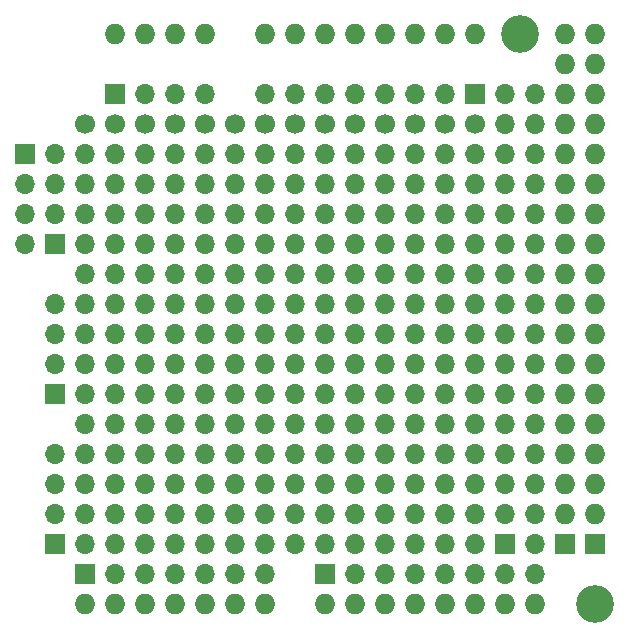
<source format=gbr>
%TF.GenerationSoftware,KiCad,Pcbnew,7.0.2*%
%TF.CreationDate,2023-07-27T18:48:29+02:00*%
%TF.ProjectId,Lochraster,4c6f6368-7261-4737-9465-722e6b696361,rev?*%
%TF.SameCoordinates,Original*%
%TF.FileFunction,Soldermask,Top*%
%TF.FilePolarity,Negative*%
%FSLAX46Y46*%
G04 Gerber Fmt 4.6, Leading zero omitted, Abs format (unit mm)*
G04 Created by KiCad (PCBNEW 7.0.2) date 2023-07-27 18:48:29*
%MOMM*%
%LPD*%
G01*
G04 APERTURE LIST*
%ADD10C,3.200000*%
%ADD11O,1.727200X1.727200*%
%ADD12R,1.727200X1.727200*%
%ADD13C,1.700000*%
%ADD14O,1.700000X1.700000*%
%ADD15R,1.700000X1.700000*%
G04 APERTURE END LIST*
D10*
%TO.C,XA1*%
X202123000Y-54460000D03*
X208473000Y-102720000D03*
D11*
X205933000Y-54460000D03*
X208473000Y-54460000D03*
X165293000Y-102720000D03*
X167833000Y-102720000D03*
X170373000Y-102720000D03*
X172913000Y-102720000D03*
X175453000Y-102720000D03*
X177993000Y-102720000D03*
X180533000Y-102720000D03*
X185613000Y-102720000D03*
X188153000Y-102720000D03*
X190693000Y-102720000D03*
X193233000Y-102720000D03*
X195773000Y-102720000D03*
X198313000Y-102720000D03*
X200853000Y-102720000D03*
X203393000Y-102720000D03*
X175453000Y-54460000D03*
X172913000Y-54460000D03*
X170373000Y-54460000D03*
X167833000Y-54460000D03*
X180533000Y-54460000D03*
X183073000Y-54460000D03*
X185613000Y-54460000D03*
X188153000Y-54460000D03*
X190693000Y-54460000D03*
X193233000Y-54460000D03*
X195773000Y-54460000D03*
X198313000Y-54460000D03*
X205933000Y-57000000D03*
X208473000Y-57000000D03*
X205933000Y-59540000D03*
X208473000Y-59540000D03*
X205933000Y-62080000D03*
X208473000Y-62080000D03*
X205933000Y-64620000D03*
X208473000Y-64620000D03*
X205933000Y-67160000D03*
X208473000Y-67160000D03*
X205933000Y-69700000D03*
X208473000Y-69700000D03*
X205933000Y-72240000D03*
X208473000Y-72240000D03*
X205933000Y-74780000D03*
X208473000Y-74780000D03*
X205933000Y-77320000D03*
X208473000Y-77320000D03*
X205933000Y-79860000D03*
X208473000Y-79860000D03*
X205933000Y-82400000D03*
X208473000Y-82400000D03*
X205933000Y-84940000D03*
X208473000Y-84940000D03*
X205933000Y-87480000D03*
X208473000Y-87480000D03*
X205933000Y-90020000D03*
X208473000Y-90020000D03*
X205933000Y-92560000D03*
X208473000Y-92560000D03*
X205933000Y-95100000D03*
X208473000Y-95100000D03*
D12*
X205933000Y-97640000D03*
X208473000Y-97640000D03*
%TD*%
D13*
%TO.C,REF\u002A\u002A*%
X195773000Y-62080000D03*
D14*
X195773000Y-64620000D03*
X195773000Y-67160000D03*
X195773000Y-69700000D03*
X195773000Y-72240000D03*
X195773000Y-74780000D03*
X195773000Y-77320000D03*
X195773000Y-79860000D03*
X195773000Y-82400000D03*
X195773000Y-84940000D03*
X195773000Y-87480000D03*
X195773000Y-90020000D03*
X195773000Y-92560000D03*
X195773000Y-95100000D03*
X195773000Y-97640000D03*
%TD*%
D15*
%TO.C,J6*%
X167833000Y-59545000D03*
D14*
X170373000Y-59545000D03*
X172913000Y-59545000D03*
X175453000Y-59545000D03*
%TD*%
D15*
%TO.C,J7*%
X198313000Y-59570000D03*
D14*
X195773000Y-59570000D03*
X193233000Y-59570000D03*
X190693000Y-59570000D03*
X188153000Y-59570000D03*
X185613000Y-59570000D03*
X183073000Y-59570000D03*
X180533000Y-59570000D03*
%TD*%
D13*
%TO.C,REF\u002A\u002A*%
X172913000Y-62080000D03*
D14*
X172913000Y-64620000D03*
X172913000Y-67160000D03*
X172913000Y-69700000D03*
X172913000Y-72240000D03*
X172913000Y-74780000D03*
X172913000Y-77320000D03*
X172913000Y-79860000D03*
X172913000Y-82400000D03*
X172913000Y-84940000D03*
X172913000Y-87480000D03*
X172913000Y-90020000D03*
X172913000Y-92560000D03*
X172913000Y-95100000D03*
X172913000Y-97640000D03*
%TD*%
D13*
%TO.C,REF\u002A\u002A*%
X177993000Y-62080000D03*
D14*
X177993000Y-64620000D03*
X177993000Y-67160000D03*
X177993000Y-69700000D03*
X177993000Y-72240000D03*
X177993000Y-74780000D03*
X177993000Y-77320000D03*
X177993000Y-79860000D03*
X177993000Y-82400000D03*
X177993000Y-84940000D03*
X177993000Y-87480000D03*
X177993000Y-90020000D03*
X177993000Y-92560000D03*
X177993000Y-95100000D03*
X177993000Y-97640000D03*
%TD*%
D13*
%TO.C,REF\u002A\u002A*%
X167833000Y-62080000D03*
D14*
X167833000Y-64620000D03*
X167833000Y-67160000D03*
X167833000Y-69700000D03*
X167833000Y-72240000D03*
X167833000Y-74780000D03*
X167833000Y-77320000D03*
X167833000Y-79860000D03*
X167833000Y-82400000D03*
X167833000Y-84940000D03*
X167833000Y-87480000D03*
X167833000Y-90020000D03*
X167833000Y-92560000D03*
X167833000Y-95100000D03*
X167833000Y-97640000D03*
%TD*%
D13*
%TO.C,REF\u002A\u002A*%
X198313000Y-62080000D03*
D14*
X198313000Y-64620000D03*
X198313000Y-67160000D03*
X198313000Y-69700000D03*
X198313000Y-72240000D03*
X198313000Y-74780000D03*
X198313000Y-77320000D03*
X198313000Y-79860000D03*
X198313000Y-82400000D03*
X198313000Y-84940000D03*
X198313000Y-87480000D03*
X198313000Y-90020000D03*
X198313000Y-92560000D03*
X198313000Y-95100000D03*
X198313000Y-97640000D03*
%TD*%
D15*
%TO.C,J2*%
X200853000Y-97670000D03*
D14*
X203393000Y-97670000D03*
X200853000Y-95130000D03*
X203393000Y-95130000D03*
X200853000Y-92590000D03*
X203393000Y-92590000D03*
X200853000Y-90050000D03*
X203393000Y-90050000D03*
X200853000Y-87510000D03*
X203393000Y-87510000D03*
X200853000Y-84970000D03*
X203393000Y-84970000D03*
X200853000Y-82430000D03*
X203393000Y-82430000D03*
X200853000Y-79890000D03*
X203393000Y-79890000D03*
X200853000Y-77350000D03*
X203393000Y-77350000D03*
X200853000Y-74810000D03*
X203393000Y-74810000D03*
X200853000Y-72270000D03*
X203393000Y-72270000D03*
X200853000Y-69730000D03*
X203393000Y-69730000D03*
X200853000Y-67190000D03*
X203393000Y-67190000D03*
X200853000Y-64650000D03*
X203393000Y-64650000D03*
X200853000Y-62110000D03*
X203393000Y-62110000D03*
X200853000Y-59570000D03*
X203393000Y-59570000D03*
%TD*%
D13*
%TO.C,REF\u002A\u002A*%
X193233000Y-62080000D03*
D14*
X193233000Y-64620000D03*
X193233000Y-67160000D03*
X193233000Y-69700000D03*
X193233000Y-72240000D03*
X193233000Y-74780000D03*
X193233000Y-77320000D03*
X193233000Y-79860000D03*
X193233000Y-82400000D03*
X193233000Y-84940000D03*
X193233000Y-87480000D03*
X193233000Y-90020000D03*
X193233000Y-92560000D03*
X193233000Y-95100000D03*
X193233000Y-97640000D03*
%TD*%
D15*
%TO.C,J8*%
X162753000Y-97670000D03*
D14*
X162753000Y-95130000D03*
X162753000Y-92590000D03*
X162753000Y-90050000D03*
%TD*%
D15*
%TO.C,J5*%
X185628000Y-100185000D03*
D14*
X188168000Y-100185000D03*
X190708000Y-100185000D03*
X193248000Y-100185000D03*
X195788000Y-100185000D03*
X198328000Y-100185000D03*
X200868000Y-100185000D03*
X203408000Y-100185000D03*
%TD*%
D13*
%TO.C,REF\u002A\u002A*%
X188153000Y-62080000D03*
D14*
X188153000Y-64620000D03*
X188153000Y-67160000D03*
X188153000Y-69700000D03*
X188153000Y-72240000D03*
X188153000Y-74780000D03*
X188153000Y-77320000D03*
X188153000Y-79860000D03*
X188153000Y-82400000D03*
X188153000Y-84940000D03*
X188153000Y-87480000D03*
X188153000Y-90020000D03*
X188153000Y-92560000D03*
X188153000Y-95100000D03*
X188153000Y-97640000D03*
%TD*%
D13*
%TO.C,REF\u002A\u002A*%
X165293000Y-62080000D03*
D14*
X165293000Y-64620000D03*
X165293000Y-67160000D03*
X165293000Y-69700000D03*
X165293000Y-72240000D03*
X165293000Y-74780000D03*
X165293000Y-77320000D03*
X165293000Y-79860000D03*
X165293000Y-82400000D03*
X165293000Y-84940000D03*
X165293000Y-87480000D03*
X165293000Y-90020000D03*
X165293000Y-92560000D03*
X165293000Y-95100000D03*
X165293000Y-97640000D03*
%TD*%
D15*
%TO.C,J4*%
X165293000Y-100210000D03*
D14*
X167833000Y-100210000D03*
X170373000Y-100210000D03*
X172913000Y-100210000D03*
X175453000Y-100210000D03*
X177993000Y-100210000D03*
X180533000Y-100210000D03*
%TD*%
D15*
%TO.C,J9*%
X162753000Y-84970000D03*
D14*
X162753000Y-82430000D03*
X162753000Y-79890000D03*
X162753000Y-77350000D03*
%TD*%
D13*
%TO.C,REF\u002A\u002A*%
X190693000Y-62080000D03*
D14*
X190693000Y-64620000D03*
X190693000Y-67160000D03*
X190693000Y-69700000D03*
X190693000Y-72240000D03*
X190693000Y-74780000D03*
X190693000Y-77320000D03*
X190693000Y-79860000D03*
X190693000Y-82400000D03*
X190693000Y-84940000D03*
X190693000Y-87480000D03*
X190693000Y-90020000D03*
X190693000Y-92560000D03*
X190693000Y-95100000D03*
X190693000Y-97640000D03*
%TD*%
D13*
%TO.C,REF\u002A\u002A*%
X170373000Y-62080000D03*
D14*
X170373000Y-64620000D03*
X170373000Y-67160000D03*
X170373000Y-69700000D03*
X170373000Y-72240000D03*
X170373000Y-74780000D03*
X170373000Y-77320000D03*
X170373000Y-79860000D03*
X170373000Y-82400000D03*
X170373000Y-84940000D03*
X170373000Y-87480000D03*
X170373000Y-90020000D03*
X170373000Y-92560000D03*
X170373000Y-95100000D03*
X170373000Y-97640000D03*
%TD*%
D15*
%TO.C,J1*%
X160213000Y-64620000D03*
D14*
X160213000Y-67160000D03*
X160213000Y-69700000D03*
X160213000Y-72240000D03*
%TD*%
D13*
%TO.C,REF\u002A\u002A*%
X185613000Y-62080000D03*
D14*
X185613000Y-64620000D03*
X185613000Y-67160000D03*
X185613000Y-69700000D03*
X185613000Y-72240000D03*
X185613000Y-74780000D03*
X185613000Y-77320000D03*
X185613000Y-79860000D03*
X185613000Y-82400000D03*
X185613000Y-84940000D03*
X185613000Y-87480000D03*
X185613000Y-90020000D03*
X185613000Y-92560000D03*
X185613000Y-95100000D03*
X185613000Y-97640000D03*
%TD*%
D13*
%TO.C,REF\u002A\u002A*%
X180533000Y-62080000D03*
D14*
X180533000Y-64620000D03*
X180533000Y-67160000D03*
X180533000Y-69700000D03*
X180533000Y-72240000D03*
X180533000Y-74780000D03*
X180533000Y-77320000D03*
X180533000Y-79860000D03*
X180533000Y-82400000D03*
X180533000Y-84940000D03*
X180533000Y-87480000D03*
X180533000Y-90020000D03*
X180533000Y-92560000D03*
X180533000Y-95100000D03*
X180533000Y-97640000D03*
%TD*%
D15*
%TO.C,J3*%
X162753000Y-72270000D03*
D14*
X162753000Y-69730000D03*
X162753000Y-67190000D03*
X162753000Y-64650000D03*
%TD*%
D13*
%TO.C,REF\u002A\u002A*%
X175453000Y-62080000D03*
D14*
X175453000Y-64620000D03*
X175453000Y-67160000D03*
X175453000Y-69700000D03*
X175453000Y-72240000D03*
X175453000Y-74780000D03*
X175453000Y-77320000D03*
X175453000Y-79860000D03*
X175453000Y-82400000D03*
X175453000Y-84940000D03*
X175453000Y-87480000D03*
X175453000Y-90020000D03*
X175453000Y-92560000D03*
X175453000Y-95100000D03*
X175453000Y-97640000D03*
%TD*%
D13*
%TO.C,REF\u002A\u002A*%
X183073000Y-62080000D03*
D14*
X183073000Y-64620000D03*
X183073000Y-67160000D03*
X183073000Y-69700000D03*
X183073000Y-72240000D03*
X183073000Y-74780000D03*
X183073000Y-77320000D03*
X183073000Y-79860000D03*
X183073000Y-82400000D03*
X183073000Y-84940000D03*
X183073000Y-87480000D03*
X183073000Y-90020000D03*
X183073000Y-92560000D03*
X183073000Y-95100000D03*
X183073000Y-97640000D03*
%TD*%
M02*

</source>
